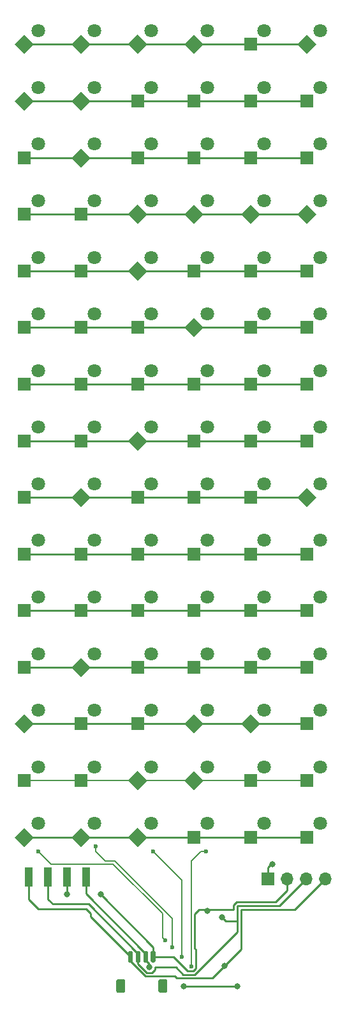
<source format=gtl>
G04 #@! TF.GenerationSoftware,KiCad,Pcbnew,7.0.6-7.0.6~ubuntu22.04.1*
G04 #@! TF.CreationDate,2023-08-02T18:38:59+01:00*
G04 #@! TF.ProjectId,working,776f726b-696e-4672-9e6b-696361645f70,rev?*
G04 #@! TF.SameCoordinates,Original*
G04 #@! TF.FileFunction,Copper,L1,Top*
G04 #@! TF.FilePolarity,Positive*
%FSLAX46Y46*%
G04 Gerber Fmt 4.6, Leading zero omitted, Abs format (unit mm)*
G04 Created by KiCad (PCBNEW 7.0.6-7.0.6~ubuntu22.04.1) date 2023-08-02 18:38:59*
%MOMM*%
%LPD*%
G01*
G04 APERTURE LIST*
G04 #@! TA.AperFunction,ComponentPad*
%ADD10C,1.800000*%
G04 #@! TD*
G04 #@! TA.AperFunction,ComponentPad*
%ADD11R,1.700000X1.700000*%
G04 #@! TD*
G04 #@! TA.AperFunction,ComponentPad*
%ADD12O,1.700000X1.700000*%
G04 #@! TD*
G04 #@! TA.AperFunction,ComponentPad*
%ADD13R,1.800000X1.800000*%
G04 #@! TD*
G04 #@! TA.AperFunction,SMDPad,CuDef*
%ADD14R,1.000000X2.500000*%
G04 #@! TD*
G04 #@! TA.AperFunction,ViaPad*
%ADD15C,0.600000*%
G04 #@! TD*
G04 #@! TA.AperFunction,ViaPad*
%ADD16C,0.800000*%
G04 #@! TD*
G04 #@! TA.AperFunction,Conductor*
%ADD17C,0.250000*%
G04 #@! TD*
G04 #@! TA.AperFunction,Conductor*
%ADD18C,0.200000*%
G04 #@! TD*
G04 APERTURE END LIST*
G04 #@! TA.AperFunction,ComponentPad*
G36*
X-12116000Y35361208D02*
G01*
X-13388792Y36634000D01*
X-12116000Y37906792D01*
X-10843208Y36634000D01*
X-12116000Y35361208D01*
G37*
G04 #@! TD.AperFunction*
D10*
X-10319949Y38430051D03*
G04 #@! TA.AperFunction,ComponentPad*
G36*
X10384000Y-39638792D02*
G01*
X9111208Y-38366000D01*
X10384000Y-37093208D01*
X11656792Y-38366000D01*
X10384000Y-39638792D01*
G37*
G04 #@! TD.AperFunction*
X12180051Y-36569949D03*
G04 #@! TA.AperFunction,ComponentPad*
G36*
X2884000Y50361208D02*
G01*
X1611208Y51634000D01*
X2884000Y52906792D01*
X4156792Y51634000D01*
X2884000Y50361208D01*
G37*
G04 #@! TD.AperFunction*
X4680051Y53430051D03*
G04 #@! TA.AperFunction,ComponentPad*
G36*
X17884000Y50361208D02*
G01*
X16611208Y51634000D01*
X17884000Y52906792D01*
X19156792Y51634000D01*
X17884000Y50361208D01*
G37*
G04 #@! TD.AperFunction*
X19680051Y53430051D03*
G04 #@! TA.AperFunction,ComponentPad*
G36*
X2884000Y-47138792D02*
G01*
X1611208Y-45866000D01*
X2884000Y-44593208D01*
X4156792Y-45866000D01*
X2884000Y-47138792D01*
G37*
G04 #@! TD.AperFunction*
X4680051Y-44069949D03*
G04 #@! TA.AperFunction,SMDPad,CuDef*
G36*
G01*
X-5840000Y-69840000D02*
X-5840000Y-68590000D01*
G75*
G02*
X-5690000Y-68440000I150000J0D01*
G01*
X-5390000Y-68440000D01*
G75*
G02*
X-5240000Y-68590000I0J-150000D01*
G01*
X-5240000Y-69840000D01*
G75*
G02*
X-5390000Y-69990000I-150000J0D01*
G01*
X-5690000Y-69990000D01*
G75*
G02*
X-5840000Y-69840000I0J150000D01*
G01*
G37*
G04 #@! TD.AperFunction*
G04 #@! TA.AperFunction,SMDPad,CuDef*
G36*
G01*
X-4840000Y-69840000D02*
X-4840000Y-68590000D01*
G75*
G02*
X-4690000Y-68440000I150000J0D01*
G01*
X-4390000Y-68440000D01*
G75*
G02*
X-4240000Y-68590000I0J-150000D01*
G01*
X-4240000Y-69840000D01*
G75*
G02*
X-4390000Y-69990000I-150000J0D01*
G01*
X-4690000Y-69990000D01*
G75*
G02*
X-4840000Y-69840000I0J150000D01*
G01*
G37*
G04 #@! TD.AperFunction*
G04 #@! TA.AperFunction,SMDPad,CuDef*
G36*
G01*
X-3840000Y-69840000D02*
X-3840000Y-68590000D01*
G75*
G02*
X-3690000Y-68440000I150000J0D01*
G01*
X-3390000Y-68440000D01*
G75*
G02*
X-3240000Y-68590000I0J-150000D01*
G01*
X-3240000Y-69840000D01*
G75*
G02*
X-3390000Y-69990000I-150000J0D01*
G01*
X-3690000Y-69990000D01*
G75*
G02*
X-3840000Y-69840000I0J150000D01*
G01*
G37*
G04 #@! TD.AperFunction*
G04 #@! TA.AperFunction,SMDPad,CuDef*
G36*
G01*
X-2840000Y-69840000D02*
X-2840000Y-68590000D01*
G75*
G02*
X-2690000Y-68440000I150000J0D01*
G01*
X-2390000Y-68440000D01*
G75*
G02*
X-2240000Y-68590000I0J-150000D01*
G01*
X-2240000Y-69840000D01*
G75*
G02*
X-2390000Y-69990000I-150000J0D01*
G01*
X-2690000Y-69990000D01*
G75*
G02*
X-2840000Y-69840000I0J150000D01*
G01*
G37*
G04 #@! TD.AperFunction*
G04 #@! TA.AperFunction,SMDPad,CuDef*
G36*
G01*
X-7440000Y-73740000D02*
X-7440000Y-72440000D01*
G75*
G02*
X-7190000Y-72190000I250000J0D01*
G01*
X-6490000Y-72190000D01*
G75*
G02*
X-6240000Y-72440000I0J-250000D01*
G01*
X-6240000Y-73740000D01*
G75*
G02*
X-6490000Y-73990000I-250000J0D01*
G01*
X-7190000Y-73990000D01*
G75*
G02*
X-7440000Y-73740000I0J250000D01*
G01*
G37*
G04 #@! TD.AperFunction*
G04 #@! TA.AperFunction,SMDPad,CuDef*
G36*
G01*
X-1840000Y-73740000D02*
X-1840000Y-72440000D01*
G75*
G02*
X-1590000Y-72190000I250000J0D01*
G01*
X-890000Y-72190000D01*
G75*
G02*
X-640000Y-72440000I0J-250000D01*
G01*
X-640000Y-73740000D01*
G75*
G02*
X-890000Y-73990000I-250000J0D01*
G01*
X-1590000Y-73990000D01*
G75*
G02*
X-1840000Y-73740000I0J250000D01*
G01*
G37*
G04 #@! TD.AperFunction*
G04 #@! TA.AperFunction,ComponentPad*
G36*
X2884000Y27861208D02*
G01*
X1611208Y29134000D01*
X2884000Y30406792D01*
X4156792Y29134000D01*
X2884000Y27861208D01*
G37*
G04 #@! TD.AperFunction*
X4680051Y30930051D03*
G04 #@! TA.AperFunction,ComponentPad*
G36*
X-12116000Y42861208D02*
G01*
X-13388792Y44134000D01*
X-12116000Y45406792D01*
X-10843208Y44134000D01*
X-12116000Y42861208D01*
G37*
G04 #@! TD.AperFunction*
X-10319949Y45930051D03*
G04 #@! TA.AperFunction,ComponentPad*
G36*
X-19616000Y-39638792D02*
G01*
X-20888792Y-38366000D01*
X-19616000Y-37093208D01*
X-18343208Y-38366000D01*
X-19616000Y-39638792D01*
G37*
G04 #@! TD.AperFunction*
X-17819949Y-36569949D03*
G04 #@! TA.AperFunction,ComponentPad*
G36*
X-4616000Y-47138792D02*
G01*
X-5888792Y-45866000D01*
X-4616000Y-44593208D01*
X-3343208Y-45866000D01*
X-4616000Y-47138792D01*
G37*
G04 #@! TD.AperFunction*
X-2819949Y-44069949D03*
D11*
X12700000Y-58928000D03*
D12*
X15240000Y-58928000D03*
X17780000Y-58928000D03*
X20320000Y-58928000D03*
G04 #@! TA.AperFunction,ComponentPad*
G36*
X-12116000Y50361208D02*
G01*
X-13388792Y51634000D01*
X-12116000Y52906792D01*
X-10843208Y51634000D01*
X-12116000Y50361208D01*
G37*
G04 #@! TD.AperFunction*
D10*
X-10319949Y53430051D03*
G04 #@! TA.AperFunction,ComponentPad*
G36*
X10384000Y27861208D02*
G01*
X9111208Y29134000D01*
X10384000Y30406792D01*
X11656792Y29134000D01*
X10384000Y27861208D01*
G37*
G04 #@! TD.AperFunction*
X12180051Y30930051D03*
G04 #@! TA.AperFunction,ComponentPad*
G36*
X-4616000Y27861208D02*
G01*
X-5888792Y29134000D01*
X-4616000Y30406792D01*
X-3343208Y29134000D01*
X-4616000Y27861208D01*
G37*
G04 #@! TD.AperFunction*
X-2819949Y30930051D03*
G04 #@! TA.AperFunction,ComponentPad*
G36*
X17884000Y27861208D02*
G01*
X16611208Y29134000D01*
X17884000Y30406792D01*
X19156792Y29134000D01*
X17884000Y27861208D01*
G37*
G04 #@! TD.AperFunction*
X19680051Y30930051D03*
G04 #@! TA.AperFunction,ComponentPad*
G36*
X-4616000Y20361208D02*
G01*
X-5888792Y21634000D01*
X-4616000Y22906792D01*
X-3343208Y21634000D01*
X-4616000Y20361208D01*
G37*
G04 #@! TD.AperFunction*
X-2819949Y23430051D03*
G04 #@! TA.AperFunction,ComponentPad*
G36*
X-12116000Y-32138792D02*
G01*
X-13388792Y-30866000D01*
X-12116000Y-29593208D01*
X-10843208Y-30866000D01*
X-12116000Y-32138792D01*
G37*
G04 #@! TD.AperFunction*
X-10319949Y-29069949D03*
G04 #@! TA.AperFunction,ComponentPad*
G36*
X-4616000Y50361208D02*
G01*
X-5888792Y51634000D01*
X-4616000Y52906792D01*
X-3343208Y51634000D01*
X-4616000Y50361208D01*
G37*
G04 #@! TD.AperFunction*
X-2819949Y53430051D03*
G04 #@! TA.AperFunction,ComponentPad*
G36*
X2884000Y12861208D02*
G01*
X1611208Y14134000D01*
X2884000Y15406792D01*
X4156792Y14134000D01*
X2884000Y12861208D01*
G37*
G04 #@! TD.AperFunction*
X4680051Y15930051D03*
G04 #@! TA.AperFunction,ComponentPad*
G36*
X17884000Y-9638792D02*
G01*
X16611208Y-8366000D01*
X17884000Y-7093208D01*
X19156792Y-8366000D01*
X17884000Y-9638792D01*
G37*
G04 #@! TD.AperFunction*
X19680051Y-6569949D03*
G04 #@! TA.AperFunction,ComponentPad*
G36*
X2884000Y-39638792D02*
G01*
X1611208Y-38366000D01*
X2884000Y-37093208D01*
X4156792Y-38366000D01*
X2884000Y-39638792D01*
G37*
G04 #@! TD.AperFunction*
X4680051Y-36569949D03*
G04 #@! TA.AperFunction,ComponentPad*
G36*
X-19616000Y42861208D02*
G01*
X-20888792Y44134000D01*
X-19616000Y45406792D01*
X-18343208Y44134000D01*
X-19616000Y42861208D01*
G37*
G04 #@! TD.AperFunction*
X-17819949Y45930051D03*
G04 #@! TA.AperFunction,ComponentPad*
G36*
X-4616000Y-2138792D02*
G01*
X-5888792Y-866000D01*
X-4616000Y406792D01*
X-3343208Y-866000D01*
X-4616000Y-2138792D01*
G37*
G04 #@! TD.AperFunction*
X-2819949Y930051D03*
G04 #@! TA.AperFunction,ComponentPad*
G36*
X-12116000Y-9638792D02*
G01*
X-13388792Y-8366000D01*
X-12116000Y-7093208D01*
X-10843208Y-8366000D01*
X-12116000Y-9638792D01*
G37*
G04 #@! TD.AperFunction*
X-10319949Y-6569949D03*
G04 #@! TA.AperFunction,ComponentPad*
G36*
X-19616000Y50361208D02*
G01*
X-20888792Y51634000D01*
X-19616000Y52906792D01*
X-18343208Y51634000D01*
X-19616000Y50361208D01*
G37*
G04 #@! TD.AperFunction*
X-17819949Y53430051D03*
G04 #@! TA.AperFunction,ComponentPad*
G36*
X-19616000Y-54638792D02*
G01*
X-20888792Y-53366000D01*
X-19616000Y-52093208D01*
X-18343208Y-53366000D01*
X-19616000Y-54638792D01*
G37*
G04 #@! TD.AperFunction*
X-17819949Y-51569949D03*
D13*
X-19616000Y21634000D03*
D10*
X-17819949Y23430051D03*
D13*
X10384000Y51634000D03*
D10*
X12180051Y53430051D03*
D13*
X2884000Y-53366000D03*
D10*
X4680051Y-51569949D03*
D13*
X-12116000Y6634000D03*
D10*
X-10319949Y8430051D03*
D13*
X-4616000Y36634000D03*
D10*
X-2819949Y38430051D03*
G04 #@! TA.AperFunction,ComponentPad*
G36*
X-4616000Y-54638792D02*
G01*
X-5888792Y-53366000D01*
X-4616000Y-52093208D01*
X-3343208Y-53366000D01*
X-4616000Y-54638792D01*
G37*
G04 #@! TD.AperFunction*
X-2819949Y-51569949D03*
D13*
X2884000Y36634000D03*
D10*
X4680051Y38430051D03*
D13*
X-4616000Y-23366000D03*
D10*
X-2819949Y-21569949D03*
D13*
X-19616000Y-45866000D03*
D10*
X-17819949Y-44069949D03*
D13*
X2884000Y21634000D03*
D10*
X4680051Y23430051D03*
D13*
X10384000Y-15866000D03*
D10*
X12180051Y-14069949D03*
D13*
X17884000Y-45866000D03*
D10*
X19680051Y-44069949D03*
D13*
X10384000Y21634000D03*
D10*
X12180051Y23430051D03*
D13*
X10384000Y6634000D03*
D10*
X12180051Y8430051D03*
D13*
X17884000Y14134000D03*
D10*
X19680051Y15930051D03*
D13*
X17884000Y36634000D03*
D10*
X19680051Y38430051D03*
D13*
X10384000Y-30866000D03*
D10*
X12180051Y-29069949D03*
D13*
X10384000Y-8366000D03*
D10*
X12180051Y-6569949D03*
D13*
X10384000Y44134000D03*
D10*
X12180051Y45930051D03*
G04 #@! TA.AperFunction,ComponentPad*
G36*
X-12116000Y-54638792D02*
G01*
X-13388792Y-53366000D01*
X-12116000Y-52093208D01*
X-10843208Y-53366000D01*
X-12116000Y-54638792D01*
G37*
G04 #@! TD.AperFunction*
X-10319949Y-51569949D03*
D13*
X-4616000Y-38366000D03*
D10*
X-2819949Y-36569949D03*
D13*
X17884000Y-53366000D03*
D10*
X19680051Y-51569949D03*
D13*
X2884000Y-30866000D03*
D10*
X4680051Y-29069949D03*
D13*
X17884000Y-866000D03*
D10*
X19680051Y930051D03*
D13*
X-19616000Y14134000D03*
D10*
X-17819949Y15930051D03*
D13*
X17884000Y21634000D03*
D10*
X19680051Y23430051D03*
D13*
X10384000Y-53366000D03*
D10*
X12180051Y-51569949D03*
D13*
X2884000Y-15866000D03*
D10*
X4680051Y-14069949D03*
D13*
X17884000Y-23366000D03*
D10*
X19680051Y-21569949D03*
D13*
X10384000Y14134000D03*
D10*
X12180051Y15930051D03*
D13*
X10384000Y-45866000D03*
D10*
X12180051Y-44069949D03*
D13*
X2884000Y-866000D03*
D10*
X4680051Y930051D03*
D13*
X2884000Y44134000D03*
D10*
X4680051Y45930051D03*
D13*
X-19616000Y-30866000D03*
D10*
X-17819949Y-29069949D03*
D13*
X-19616000Y36634000D03*
D10*
X-17819949Y38430051D03*
D13*
X-12116000Y-866000D03*
D10*
X-10319949Y930051D03*
D13*
X-4616000Y-15866000D03*
D10*
X-2819949Y-14069949D03*
D13*
X-4616000Y-30866000D03*
D10*
X-2819949Y-29069949D03*
D13*
X-19616000Y-15866000D03*
D10*
X-17819949Y-14069949D03*
D13*
X-19616000Y-23366000D03*
D10*
X-17819949Y-21569949D03*
D13*
X2884000Y-8366000D03*
D10*
X4680051Y-6569949D03*
D13*
X17884000Y-30866000D03*
D10*
X19680051Y-29069949D03*
D13*
X-4616000Y14134000D03*
D10*
X-2819949Y15930051D03*
D13*
X-19616000Y-866000D03*
D10*
X-17819949Y930051D03*
D13*
X17884000Y-15866000D03*
D10*
X19680051Y-14069949D03*
D13*
X10384000Y36634000D03*
D10*
X12180051Y38430051D03*
D13*
X-4616000Y6634000D03*
D10*
X-2819949Y8430051D03*
D13*
X-12116000Y-45866000D03*
D10*
X-10319949Y-44069949D03*
D13*
X-19616000Y6634000D03*
D10*
X-17819949Y8430051D03*
D13*
X17884000Y-38366000D03*
D10*
X19680051Y-36569949D03*
D13*
X-12116000Y-38366000D03*
D10*
X-10319949Y-36569949D03*
D13*
X2884000Y-23366000D03*
D10*
X4680051Y-21569949D03*
D13*
X-19616000Y-8366000D03*
D10*
X-17819949Y-6569949D03*
D14*
X-11430000Y-58610000D03*
X-13970000Y-58610000D03*
X-16510000Y-58610000D03*
X-19050000Y-58610000D03*
D13*
X-4616000Y44134000D03*
D10*
X-2819949Y45930051D03*
D13*
X10384000Y-23366000D03*
D10*
X12180051Y-21569949D03*
D13*
X2884000Y6634000D03*
D10*
X4680051Y8430051D03*
D13*
X17884000Y44134000D03*
D10*
X19680051Y45930051D03*
D13*
X-12116000Y14134000D03*
D10*
X-10319949Y15930051D03*
D13*
X-12116000Y-15866000D03*
D10*
X-10319949Y-14069949D03*
D13*
X-4616000Y-8366000D03*
D10*
X-2819949Y-6569949D03*
D13*
X-12116000Y-23366000D03*
D10*
X-10319949Y-21569949D03*
D13*
X10384000Y-866000D03*
D10*
X12180051Y930051D03*
D13*
X-12116000Y21634000D03*
D10*
X-10319949Y23430051D03*
D13*
X-12116000Y29134000D03*
D10*
X-10319949Y30930051D03*
D13*
X17884000Y6634000D03*
D10*
X19680051Y8430051D03*
D13*
X-19616000Y29134000D03*
D10*
X-17819949Y30930051D03*
D15*
X-955391Y-66989609D03*
X-17780000Y-55245000D03*
X-10160000Y-54610000D03*
X0Y-67945000D03*
X1270000Y-69215000D03*
X-2540000Y-55245000D03*
X2540000Y-70485000D03*
X4445000Y-55245000D03*
D16*
X-13970000Y-60960000D03*
X-9525000Y-60960000D03*
X4650000Y-63095000D03*
X6604000Y-64008000D03*
X6920500Y-70422198D03*
X1524000Y-73152000D03*
X13258122Y-56946122D03*
X8636000Y-73152000D03*
X-3048000Y-70612000D03*
D17*
X-19616000Y-53366000D02*
X17884000Y-53366000D01*
D18*
X-16110000Y-56915000D02*
X-7855000Y-56915000D01*
X-1270000Y-66675000D02*
X-955391Y-66989609D01*
X-17780000Y-55245000D02*
X-16110000Y-56915000D01*
X-1270000Y-63500000D02*
X-1270000Y-66675000D01*
X-7855000Y-56915000D02*
X-1270000Y-63500000D01*
X0Y-64135000D02*
X0Y-67945000D01*
X-8890000Y-56515000D02*
X-7620000Y-56515000D01*
X-10160000Y-55245000D02*
X-10160000Y-54610000D01*
X-8890000Y-56515000D02*
X-10160000Y-55245000D01*
X-7620000Y-56515000D02*
X0Y-64135000D01*
X-2540000Y-55245000D02*
X1270000Y-59055000D01*
X1270000Y-59055000D02*
X1270000Y-69215000D01*
X3810000Y-55245000D02*
X2540000Y-56515000D01*
X4445000Y-55245000D02*
X3810000Y-55245000D01*
X2540000Y-56515000D02*
X2540000Y-70485000D01*
D17*
X-19616000Y29134000D02*
X17884000Y29134000D01*
X-19616000Y36634000D02*
X17884000Y36634000D01*
X17884000Y44134000D02*
X-19616000Y44134000D01*
X-19616000Y51634000D02*
X17884000Y51634000D01*
X8128000Y-62355604D02*
X8128000Y-62992000D01*
X15240000Y-58928000D02*
X15240000Y-60452000D01*
X2788884Y-71120000D02*
X3165000Y-70743884D01*
X4753000Y-62992000D02*
X4650000Y-63095000D01*
X13716000Y-61976000D02*
X8507604Y-61976000D01*
X2032000Y-71120000D02*
X2788884Y-71120000D01*
X2965000Y-63583000D02*
X3556000Y-62992000D01*
X3556000Y-62992000D02*
X4547000Y-62992000D01*
X15240000Y-60452000D02*
X13716000Y-61976000D01*
X-13970000Y-60960000D02*
X-13970000Y-58610000D01*
X3165000Y-70743884D02*
X3165000Y-68272000D01*
X-2540000Y-69215000D02*
X127000Y-69215000D01*
X-2540000Y-67945000D02*
X-9525000Y-60960000D01*
X3165000Y-68272000D02*
X2965000Y-68072000D01*
X8128000Y-62992000D02*
X4753000Y-62992000D01*
X4547000Y-62992000D02*
X4650000Y-63095000D01*
X8507604Y-61976000D02*
X8128000Y-62355604D01*
X-2540000Y-69215000D02*
X-2540000Y-67945000D01*
X127000Y-69215000D02*
X2032000Y-71120000D01*
X2965000Y-68072000D02*
X2965000Y-63583000D01*
X-4540000Y-69215000D02*
X-4540000Y-68768249D01*
X1466000Y-71570000D02*
X2975280Y-71570000D01*
X-4540000Y-68768249D02*
X-11078249Y-62230000D01*
X14224000Y-62484000D02*
X17780000Y-58928000D01*
X8636000Y-64516000D02*
X8636000Y-62484000D01*
X8636000Y-64516000D02*
X7112000Y-64516000D01*
X-2323000Y-70612000D02*
X508000Y-70612000D01*
X2975280Y-71570000D02*
X8636000Y-65909280D01*
X7112000Y-64516000D02*
X6604000Y-64008000D01*
X-3348305Y-71337000D02*
X-2747695Y-71337000D01*
X-4540000Y-69215000D02*
X-4540000Y-70145305D01*
X-11078249Y-62230000D02*
X-15875000Y-62230000D01*
X-4540000Y-70145305D02*
X-3348305Y-71337000D01*
X-16510000Y-61595000D02*
X-16510000Y-58610000D01*
X8636000Y-65909280D02*
X8636000Y-64516000D01*
X508000Y-70612000D02*
X1466000Y-71570000D01*
X8636000Y-62484000D02*
X14224000Y-62484000D01*
X-15875000Y-62230000D02*
X-16510000Y-61595000D01*
X-2323000Y-70912305D02*
X-2323000Y-70612000D01*
X-2747695Y-71337000D02*
X-2323000Y-70912305D01*
X582000Y-72020000D02*
X5324396Y-72020000D01*
X-5540000Y-69781701D02*
X-3534701Y-71787000D01*
X349000Y-71787000D02*
X582000Y-72020000D01*
X6922198Y-70422198D02*
X6920500Y-70422198D01*
X5324396Y-72020000D02*
X6922198Y-70422198D01*
X9144000Y-62992000D02*
X16256000Y-62992000D01*
X-19050000Y-61595000D02*
X-19050000Y-58610000D01*
X-3534701Y-71787000D02*
X349000Y-71787000D01*
X16256000Y-62992000D02*
X20320000Y-58928000D01*
X-10830000Y-63465000D02*
X-11430000Y-62865000D01*
X-10830000Y-63925000D02*
X-10830000Y-63465000D01*
X-11430000Y-62865000D02*
X-17780000Y-62865000D01*
X-5540000Y-69215000D02*
X-5540000Y-69781701D01*
X-5540000Y-69215000D02*
X-10830000Y-63925000D01*
X6922198Y-70422198D02*
X9144000Y-68200396D01*
X-17780000Y-62865000D02*
X-19050000Y-61595000D01*
X9144000Y-68200396D02*
X9144000Y-62992000D01*
X-3540000Y-68768249D02*
X-11430000Y-60878249D01*
X12700000Y-57404000D02*
X13208000Y-56896000D01*
X-3540000Y-69215000D02*
X-3540000Y-69661751D01*
X8636000Y-73152000D02*
X1524000Y-73152000D01*
X-3048000Y-70153751D02*
X-3048000Y-70612000D01*
X-3540000Y-69215000D02*
X-3540000Y-68768249D01*
X-3540000Y-69661751D02*
X-3048000Y-70153751D01*
X12700000Y-58928000D02*
X12700000Y-57404000D01*
X13208000Y-56896000D02*
X13258122Y-56946122D01*
X-11430000Y-60878249D02*
X-11430000Y-58610000D01*
D18*
X-19616000Y-45866000D02*
X17884000Y-45866000D01*
D17*
X-19616000Y-38366000D02*
X17884000Y-38366000D01*
X-19616000Y-30866000D02*
X17884000Y-30866000D01*
X-19616000Y-23366000D02*
X17884000Y-23366000D01*
X-19616000Y-15866000D02*
X17884000Y-15866000D01*
X-19616000Y-8366000D02*
X17884000Y-8366000D01*
X-19616000Y-866000D02*
X17884000Y-866000D01*
X-19616000Y6634000D02*
X17884000Y6634000D01*
X-19616000Y14134000D02*
X17884000Y14134000D01*
X-19616000Y21634000D02*
X17884000Y21634000D01*
M02*

</source>
